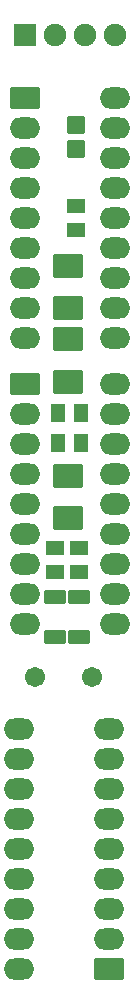
<source format=gbs>
G04 Layer: BottomSolderMaskLayer*
G04 EasyEDA v6.5.34, 2023-08-27 08:43:48*
G04 e4fe155263a340deae7a3384ae965621,d57712b53ce844a48ecc409583de2b89,10*
G04 Gerber Generator version 0.2*
G04 Scale: 100 percent, Rotated: No, Reflected: No *
G04 Dimensions in millimeters *
G04 leading zeros omitted , absolute positions ,4 integer and 5 decimal *
%FSLAX45Y45*%
%MOMM*%

%AMMACRO1*1,1,$1,$2,$3*1,1,$1,$4,$5*1,1,$1,0-$2,0-$3*1,1,$1,0-$4,0-$5*20,1,$1,$2,$3,$4,$5,0*20,1,$1,$4,$5,0-$2,0-$3,0*20,1,$1,0-$2,0-$3,0-$4,0-$5,0*20,1,$1,0-$4,0-$5,$2,$3,0*4,1,4,$2,$3,$4,$5,0-$2,0-$3,0-$4,0-$5,$2,$3,0*%
%ADD10MACRO1,0.2032X-0.85X-0.85X-0.85X0.85*%
%ADD11C,1.9032*%
%ADD12MACRO1,0.2032X1.2X-0.8X-1.2X-0.8*%
%ADD13O,2.6031952X1.8031968*%
%ADD14MACRO1,0.2032X-1.2X0.8X1.2X0.8*%
%ADD15C,1.7032*%
%ADD16MACRO1,0.1016X0.675X0.705X-0.675X0.705*%
%ADD17MACRO1,0.1016X0.675X-0.705X-0.675X-0.705*%
%ADD18MACRO1,0.1016X1.188X-0.95X1.188X0.95*%
%ADD19MACRO1,0.1016X0.6885X0.5663X-0.6885X0.5663*%
%ADD20MACRO1,0.1016X0.6885X-0.5663X-0.6885X-0.5663*%
%ADD21MACRO1,0.1016X0.5663X-0.6885X0.5663X0.6885*%
%ADD22MACRO1,0.1016X-0.5663X-0.6885X-0.5663X0.6885*%
%ADD23MACRO1,0.1016X-0.6885X-0.5663X0.6885X-0.5663*%
%ADD24MACRO1,0.1016X-0.6885X0.5663X0.6885X0.5663*%
%ADD25MACRO1,0.1016X-0.85X0.55X-0.85X-0.55*%

%LPD*%
D10*
G01*
X1193801Y6324601D03*
D11*
G01*
X1447800Y6324600D03*
G01*
X1701800Y6324600D03*
G01*
X1955800Y6324600D03*
D12*
G01*
X1905000Y-1587500D03*
D13*
G01*
X1143000Y444500D03*
G01*
X1905000Y-1333500D03*
G01*
X1143000Y190500D03*
G01*
X1905000Y-1079500D03*
G01*
X1143000Y-63500D03*
G01*
X1905000Y-825500D03*
G01*
X1143000Y-317500D03*
G01*
X1905000Y-571500D03*
G01*
X1143000Y-571500D03*
G01*
X1905000Y-317500D03*
G01*
X1143000Y-825500D03*
G01*
X1905000Y-63500D03*
G01*
X1143000Y-1079500D03*
G01*
X1905000Y190500D03*
G01*
X1143000Y-1333500D03*
G01*
X1905000Y444500D03*
G01*
X1143000Y-1587500D03*
D14*
G01*
X1193800Y3365500D03*
D13*
G01*
X1955800Y1333500D03*
G01*
X1193800Y3111500D03*
G01*
X1955800Y1587500D03*
G01*
X1193800Y2857500D03*
G01*
X1955800Y1841500D03*
G01*
X1193800Y2603500D03*
G01*
X1955800Y2095500D03*
G01*
X1193800Y2349500D03*
G01*
X1955800Y2349500D03*
G01*
X1193800Y2095500D03*
G01*
X1955800Y2603500D03*
G01*
X1193800Y1841500D03*
G01*
X1955800Y2857500D03*
G01*
X1193800Y1587500D03*
G01*
X1955800Y3111500D03*
G01*
X1193800Y1333500D03*
G01*
X1955800Y3365500D03*
D14*
G01*
X1193800Y5791200D03*
D13*
G01*
X1955800Y3759200D03*
G01*
X1193800Y5537200D03*
G01*
X1955800Y4013200D03*
G01*
X1193800Y5283200D03*
G01*
X1955800Y4267200D03*
G01*
X1193800Y5029200D03*
G01*
X1955800Y4521200D03*
G01*
X1193800Y4775200D03*
G01*
X1955800Y4775200D03*
G01*
X1193800Y4521200D03*
G01*
X1955800Y5029200D03*
G01*
X1193800Y4267200D03*
G01*
X1955800Y5283200D03*
G01*
X1193800Y4013200D03*
G01*
X1955800Y5537200D03*
G01*
X1193800Y3759200D03*
G01*
X1955800Y5791200D03*
D15*
G01*
X1279017Y889000D03*
G01*
X1769008Y889000D03*
D16*
G01*
X1625600Y5360997D03*
D17*
G01*
X1625600Y5561002D03*
D18*
G01*
X1562098Y3748565D03*
G01*
X1562098Y3388837D03*
G01*
X1562098Y2592865D03*
G01*
X1562098Y2233137D03*
G01*
X1562098Y4370865D03*
G01*
X1562098Y4011137D03*
D19*
G01*
X1625600Y4675195D03*
D20*
G01*
X1625600Y4875204D03*
D21*
G01*
X1474795Y3124200D03*
D22*
G01*
X1674804Y3124200D03*
D21*
G01*
X1474795Y2870200D03*
D22*
G01*
X1674804Y2870200D03*
D23*
G01*
X1447800Y1979604D03*
D24*
G01*
X1447800Y1779595D03*
D25*
G01*
X1650998Y1566999D03*
G01*
X1650998Y1227000D03*
G01*
X1447798Y1566999D03*
G01*
X1447798Y1227000D03*
D23*
G01*
X1651000Y1979604D03*
D24*
G01*
X1651000Y1779595D03*
M02*

</source>
